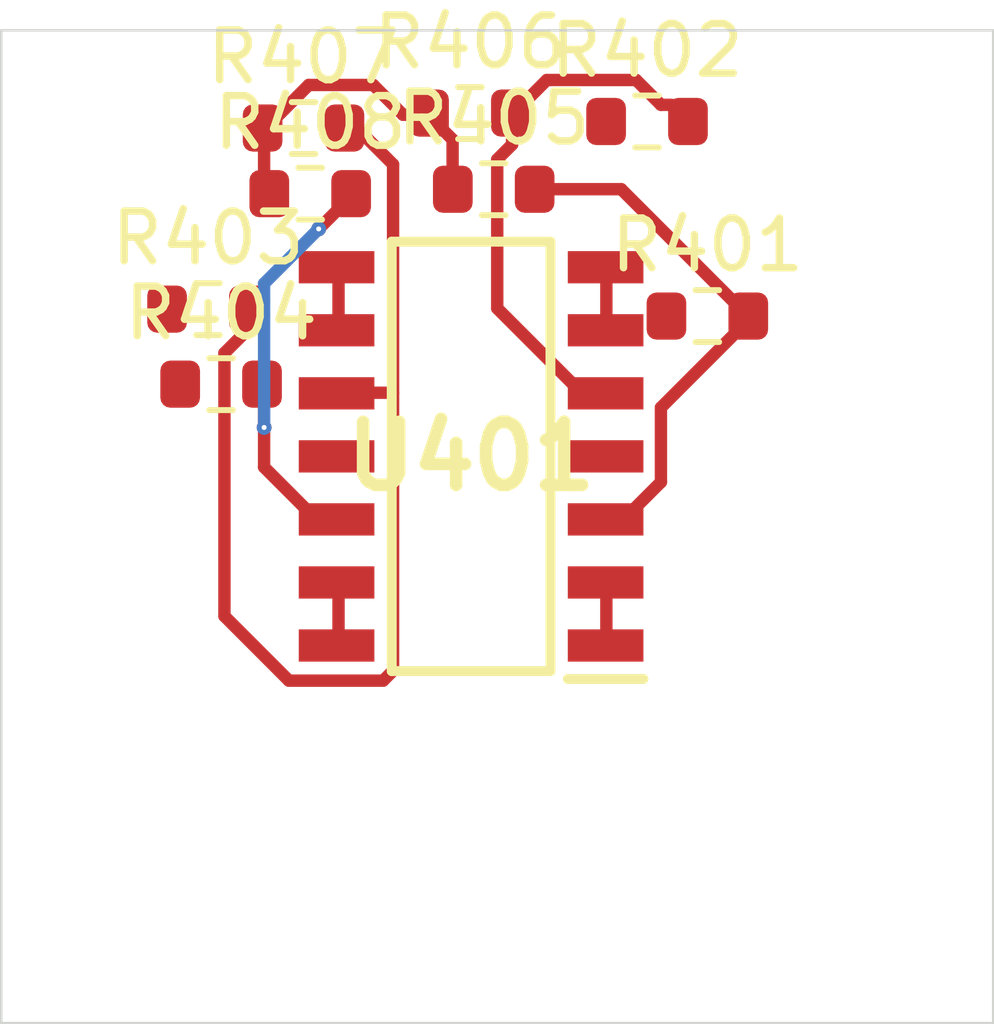
<source format=kicad_pcb>
 ( kicad_pcb  ( version 20171130 )
 ( host pcbnew 5.1.12-84ad8e8a86~92~ubuntu18.04.1 )
 ( general  ( thickness 1.6 )
 ( drawings 4 )
 ( tracks 0 )
 ( zones 0 )
 ( modules 9 )
 ( nets 14 )
)
 ( page A4 )
 ( layers  ( 0 F.Cu signal )
 ( 31 B.Cu signal )
 ( 32 B.Adhes user )
 ( 33 F.Adhes user )
 ( 34 B.Paste user )
 ( 35 F.Paste user )
 ( 36 B.SilkS user )
 ( 37 F.SilkS user )
 ( 38 B.Mask user )
 ( 39 F.Mask user )
 ( 40 Dwgs.User user )
 ( 41 Cmts.User user )
 ( 42 Eco1.User user )
 ( 43 Eco2.User user )
 ( 44 Edge.Cuts user )
 ( 45 Margin user )
 ( 46 B.CrtYd user )
 ( 47 F.CrtYd user )
 ( 48 B.Fab user )
 ( 49 F.Fab user )
)
 ( setup  ( last_trace_width 0.25 )
 ( trace_clearance 0.2 )
 ( zone_clearance 0.508 )
 ( zone_45_only no )
 ( trace_min 0.2 )
 ( via_size 0.8 )
 ( via_drill 0.4 )
 ( via_min_size 0.4 )
 ( via_min_drill 0.3 )
 ( uvia_size 0.3 )
 ( uvia_drill 0.1 )
 ( uvias_allowed no )
 ( uvia_min_size 0.2 )
 ( uvia_min_drill 0.1 )
 ( edge_width 0.05 )
 ( segment_width 0.2 )
 ( pcb_text_width 0.3 )
 ( pcb_text_size 1.5 1.5 )
 ( mod_edge_width 0.12 )
 ( mod_text_size 1 1 )
 ( mod_text_width 0.15 )
 ( pad_size 1.524 1.524 )
 ( pad_drill 0.762 )
 ( pad_to_mask_clearance 0 )
 ( aux_axis_origin 0 0 )
 ( visible_elements FFFFFF7F )
 ( pcbplotparams  ( layerselection 0x010fc_ffffffff )
 ( usegerberextensions false )
 ( usegerberattributes true )
 ( usegerberadvancedattributes true )
 ( creategerberjobfile true )
 ( excludeedgelayer true )
 ( linewidth 0.100000 )
 ( plotframeref false )
 ( viasonmask false )
 ( mode 1 )
 ( useauxorigin false )
 ( hpglpennumber 1 )
 ( hpglpenspeed 20 )
 ( hpglpendiameter 15.000000 )
 ( psnegative false )
 ( psa4output false )
 ( plotreference true )
 ( plotvalue true )
 ( plotinvisibletext false )
 ( padsonsilk false )
 ( subtractmaskfromsilk false )
 ( outputformat 1 )
 ( mirror false )
 ( drillshape 1 )
 ( scaleselection 1 )
 ( outputdirectory "" )
)
)
 ( net 0 "" )
 ( net 1 /Sheet6235D886/vp )
 ( net 2 /Sheet6248AD22/chn0 )
 ( net 3 /Sheet6248AD22/chn1 )
 ( net 4 /Sheet6248AD22/chn2 )
 ( net 5 /Sheet6248AD22/chn3 )
 ( net 6 "Net-(R401-Pad2)" )
 ( net 7 "Net-(R402-Pad2)" )
 ( net 8 "Net-(R403-Pad2)" )
 ( net 9 "Net-(R404-Pad2)" )
 ( net 10 /Sheet6248AD22/chn0_n )
 ( net 11 /Sheet6248AD22/chn1_n )
 ( net 12 /Sheet6248AD22/chn2_n )
 ( net 13 /Sheet6248AD22/chn3_n )
 ( net_class Default "This is the default net class."  ( clearance 0.2 )
 ( trace_width 0.25 )
 ( via_dia 0.8 )
 ( via_drill 0.4 )
 ( uvia_dia 0.3 )
 ( uvia_drill 0.1 )
 ( add_net /Sheet6235D886/vp )
 ( add_net /Sheet6248AD22/chn0 )
 ( add_net /Sheet6248AD22/chn0_n )
 ( add_net /Sheet6248AD22/chn1 )
 ( add_net /Sheet6248AD22/chn1_n )
 ( add_net /Sheet6248AD22/chn2 )
 ( add_net /Sheet6248AD22/chn2_n )
 ( add_net /Sheet6248AD22/chn3 )
 ( add_net /Sheet6248AD22/chn3_n )
 ( add_net "Net-(R401-Pad2)" )
 ( add_net "Net-(R402-Pad2)" )
 ( add_net "Net-(R403-Pad2)" )
 ( add_net "Net-(R404-Pad2)" )
)
 ( module Resistor_SMD:R_0603_1608Metric  ( layer F.Cu )
 ( tedit 5F68FEEE )
 ( tstamp 623425C8 )
 ( at 94.236600 105.756000 )
 ( descr "Resistor SMD 0603 (1608 Metric), square (rectangular) end terminal, IPC_7351 nominal, (Body size source: IPC-SM-782 page 72, https://www.pcb-3d.com/wordpress/wp-content/uploads/ipc-sm-782a_amendment_1_and_2.pdf), generated with kicad-footprint-generator" )
 ( tags resistor )
 ( path /6248AD23/6249ADFD )
 ( attr smd )
 ( fp_text reference R401  ( at 0 -1.43 )
 ( layer F.SilkS )
 ( effects  ( font  ( size 1 1 )
 ( thickness 0.15 )
)
)
)
 ( fp_text value 10M  ( at 0 1.43 )
 ( layer F.Fab )
 ( effects  ( font  ( size 1 1 )
 ( thickness 0.15 )
)
)
)
 ( fp_line  ( start -0.8 0.4125 )
 ( end -0.8 -0.4125 )
 ( layer F.Fab )
 ( width 0.1 )
)
 ( fp_line  ( start -0.8 -0.4125 )
 ( end 0.8 -0.4125 )
 ( layer F.Fab )
 ( width 0.1 )
)
 ( fp_line  ( start 0.8 -0.4125 )
 ( end 0.8 0.4125 )
 ( layer F.Fab )
 ( width 0.1 )
)
 ( fp_line  ( start 0.8 0.4125 )
 ( end -0.8 0.4125 )
 ( layer F.Fab )
 ( width 0.1 )
)
 ( fp_line  ( start -0.237258 -0.5225 )
 ( end 0.237258 -0.5225 )
 ( layer F.SilkS )
 ( width 0.12 )
)
 ( fp_line  ( start -0.237258 0.5225 )
 ( end 0.237258 0.5225 )
 ( layer F.SilkS )
 ( width 0.12 )
)
 ( fp_line  ( start -1.48 0.73 )
 ( end -1.48 -0.73 )
 ( layer F.CrtYd )
 ( width 0.05 )
)
 ( fp_line  ( start -1.48 -0.73 )
 ( end 1.48 -0.73 )
 ( layer F.CrtYd )
 ( width 0.05 )
)
 ( fp_line  ( start 1.48 -0.73 )
 ( end 1.48 0.73 )
 ( layer F.CrtYd )
 ( width 0.05 )
)
 ( fp_line  ( start 1.48 0.73 )
 ( end -1.48 0.73 )
 ( layer F.CrtYd )
 ( width 0.05 )
)
 ( fp_text user %R  ( at 0 0 )
 ( layer F.Fab )
 ( effects  ( font  ( size 0.4 0.4 )
 ( thickness 0.06 )
)
)
)
 ( pad 2 smd roundrect  ( at 0.825 0 )
 ( size 0.8 0.95 )
 ( layers F.Cu F.Mask F.Paste )
 ( roundrect_rratio 0.25 )
 ( net 6 "Net-(R401-Pad2)" )
)
 ( pad 1 smd roundrect  ( at -0.825 0 )
 ( size 0.8 0.95 )
 ( layers F.Cu F.Mask F.Paste )
 ( roundrect_rratio 0.25 )
 ( net 10 /Sheet6248AD22/chn0_n )
)
 ( model ${KISYS3DMOD}/Resistor_SMD.3dshapes/R_0603_1608Metric.wrl  ( at  ( xyz 0 0 0 )
)
 ( scale  ( xyz 1 1 1 )
)
 ( rotate  ( xyz 0 0 0 )
)
)
)
 ( module Resistor_SMD:R_0603_1608Metric  ( layer F.Cu )
 ( tedit 5F68FEEE )
 ( tstamp 623425D9 )
 ( at 93.020400 101.836000 )
 ( descr "Resistor SMD 0603 (1608 Metric), square (rectangular) end terminal, IPC_7351 nominal, (Body size source: IPC-SM-782 page 72, https://www.pcb-3d.com/wordpress/wp-content/uploads/ipc-sm-782a_amendment_1_and_2.pdf), generated with kicad-footprint-generator" )
 ( tags resistor )
 ( path /6248AD23/6249B75E )
 ( attr smd )
 ( fp_text reference R402  ( at 0 -1.43 )
 ( layer F.SilkS )
 ( effects  ( font  ( size 1 1 )
 ( thickness 0.15 )
)
)
)
 ( fp_text value 10M  ( at 0 1.43 )
 ( layer F.Fab )
 ( effects  ( font  ( size 1 1 )
 ( thickness 0.15 )
)
)
)
 ( fp_line  ( start 1.48 0.73 )
 ( end -1.48 0.73 )
 ( layer F.CrtYd )
 ( width 0.05 )
)
 ( fp_line  ( start 1.48 -0.73 )
 ( end 1.48 0.73 )
 ( layer F.CrtYd )
 ( width 0.05 )
)
 ( fp_line  ( start -1.48 -0.73 )
 ( end 1.48 -0.73 )
 ( layer F.CrtYd )
 ( width 0.05 )
)
 ( fp_line  ( start -1.48 0.73 )
 ( end -1.48 -0.73 )
 ( layer F.CrtYd )
 ( width 0.05 )
)
 ( fp_line  ( start -0.237258 0.5225 )
 ( end 0.237258 0.5225 )
 ( layer F.SilkS )
 ( width 0.12 )
)
 ( fp_line  ( start -0.237258 -0.5225 )
 ( end 0.237258 -0.5225 )
 ( layer F.SilkS )
 ( width 0.12 )
)
 ( fp_line  ( start 0.8 0.4125 )
 ( end -0.8 0.4125 )
 ( layer F.Fab )
 ( width 0.1 )
)
 ( fp_line  ( start 0.8 -0.4125 )
 ( end 0.8 0.4125 )
 ( layer F.Fab )
 ( width 0.1 )
)
 ( fp_line  ( start -0.8 -0.4125 )
 ( end 0.8 -0.4125 )
 ( layer F.Fab )
 ( width 0.1 )
)
 ( fp_line  ( start -0.8 0.4125 )
 ( end -0.8 -0.4125 )
 ( layer F.Fab )
 ( width 0.1 )
)
 ( fp_text user %R  ( at 0 0 )
 ( layer F.Fab )
 ( effects  ( font  ( size 0.4 0.4 )
 ( thickness 0.06 )
)
)
)
 ( pad 1 smd roundrect  ( at -0.825 0 )
 ( size 0.8 0.95 )
 ( layers F.Cu F.Mask F.Paste )
 ( roundrect_rratio 0.25 )
 ( net 11 /Sheet6248AD22/chn1_n )
)
 ( pad 2 smd roundrect  ( at 0.825 0 )
 ( size 0.8 0.95 )
 ( layers F.Cu F.Mask F.Paste )
 ( roundrect_rratio 0.25 )
 ( net 7 "Net-(R402-Pad2)" )
)
 ( model ${KISYS3DMOD}/Resistor_SMD.3dshapes/R_0603_1608Metric.wrl  ( at  ( xyz 0 0 0 )
)
 ( scale  ( xyz 1 1 1 )
)
 ( rotate  ( xyz 0 0 0 )
)
)
)
 ( module Resistor_SMD:R_0603_1608Metric  ( layer F.Cu )
 ( tedit 5F68FEEE )
 ( tstamp 623425EA )
 ( at 84.168900 105.616000 )
 ( descr "Resistor SMD 0603 (1608 Metric), square (rectangular) end terminal, IPC_7351 nominal, (Body size source: IPC-SM-782 page 72, https://www.pcb-3d.com/wordpress/wp-content/uploads/ipc-sm-782a_amendment_1_and_2.pdf), generated with kicad-footprint-generator" )
 ( tags resistor )
 ( path /6248AD23/6249FB7A )
 ( attr smd )
 ( fp_text reference R403  ( at 0 -1.43 )
 ( layer F.SilkS )
 ( effects  ( font  ( size 1 1 )
 ( thickness 0.15 )
)
)
)
 ( fp_text value 10M  ( at 0 1.43 )
 ( layer F.Fab )
 ( effects  ( font  ( size 1 1 )
 ( thickness 0.15 )
)
)
)
 ( fp_line  ( start 1.48 0.73 )
 ( end -1.48 0.73 )
 ( layer F.CrtYd )
 ( width 0.05 )
)
 ( fp_line  ( start 1.48 -0.73 )
 ( end 1.48 0.73 )
 ( layer F.CrtYd )
 ( width 0.05 )
)
 ( fp_line  ( start -1.48 -0.73 )
 ( end 1.48 -0.73 )
 ( layer F.CrtYd )
 ( width 0.05 )
)
 ( fp_line  ( start -1.48 0.73 )
 ( end -1.48 -0.73 )
 ( layer F.CrtYd )
 ( width 0.05 )
)
 ( fp_line  ( start -0.237258 0.5225 )
 ( end 0.237258 0.5225 )
 ( layer F.SilkS )
 ( width 0.12 )
)
 ( fp_line  ( start -0.237258 -0.5225 )
 ( end 0.237258 -0.5225 )
 ( layer F.SilkS )
 ( width 0.12 )
)
 ( fp_line  ( start 0.8 0.4125 )
 ( end -0.8 0.4125 )
 ( layer F.Fab )
 ( width 0.1 )
)
 ( fp_line  ( start 0.8 -0.4125 )
 ( end 0.8 0.4125 )
 ( layer F.Fab )
 ( width 0.1 )
)
 ( fp_line  ( start -0.8 -0.4125 )
 ( end 0.8 -0.4125 )
 ( layer F.Fab )
 ( width 0.1 )
)
 ( fp_line  ( start -0.8 0.4125 )
 ( end -0.8 -0.4125 )
 ( layer F.Fab )
 ( width 0.1 )
)
 ( fp_text user %R  ( at 0 0 )
 ( layer F.Fab )
 ( effects  ( font  ( size 0.4 0.4 )
 ( thickness 0.06 )
)
)
)
 ( pad 1 smd roundrect  ( at -0.825 0 )
 ( size 0.8 0.95 )
 ( layers F.Cu F.Mask F.Paste )
 ( roundrect_rratio 0.25 )
 ( net 12 /Sheet6248AD22/chn2_n )
)
 ( pad 2 smd roundrect  ( at 0.825 0 )
 ( size 0.8 0.95 )
 ( layers F.Cu F.Mask F.Paste )
 ( roundrect_rratio 0.25 )
 ( net 8 "Net-(R403-Pad2)" )
)
 ( model ${KISYS3DMOD}/Resistor_SMD.3dshapes/R_0603_1608Metric.wrl  ( at  ( xyz 0 0 0 )
)
 ( scale  ( xyz 1 1 1 )
)
 ( rotate  ( xyz 0 0 0 )
)
)
)
 ( module Resistor_SMD:R_0603_1608Metric  ( layer F.Cu )
 ( tedit 5F68FEEE )
 ( tstamp 623425FB )
 ( at 84.432900 107.127000 )
 ( descr "Resistor SMD 0603 (1608 Metric), square (rectangular) end terminal, IPC_7351 nominal, (Body size source: IPC-SM-782 page 72, https://www.pcb-3d.com/wordpress/wp-content/uploads/ipc-sm-782a_amendment_1_and_2.pdf), generated with kicad-footprint-generator" )
 ( tags resistor )
 ( path /6248AD23/6249FB74 )
 ( attr smd )
 ( fp_text reference R404  ( at 0 -1.43 )
 ( layer F.SilkS )
 ( effects  ( font  ( size 1 1 )
 ( thickness 0.15 )
)
)
)
 ( fp_text value 10M  ( at 0 1.43 )
 ( layer F.Fab )
 ( effects  ( font  ( size 1 1 )
 ( thickness 0.15 )
)
)
)
 ( fp_line  ( start -0.8 0.4125 )
 ( end -0.8 -0.4125 )
 ( layer F.Fab )
 ( width 0.1 )
)
 ( fp_line  ( start -0.8 -0.4125 )
 ( end 0.8 -0.4125 )
 ( layer F.Fab )
 ( width 0.1 )
)
 ( fp_line  ( start 0.8 -0.4125 )
 ( end 0.8 0.4125 )
 ( layer F.Fab )
 ( width 0.1 )
)
 ( fp_line  ( start 0.8 0.4125 )
 ( end -0.8 0.4125 )
 ( layer F.Fab )
 ( width 0.1 )
)
 ( fp_line  ( start -0.237258 -0.5225 )
 ( end 0.237258 -0.5225 )
 ( layer F.SilkS )
 ( width 0.12 )
)
 ( fp_line  ( start -0.237258 0.5225 )
 ( end 0.237258 0.5225 )
 ( layer F.SilkS )
 ( width 0.12 )
)
 ( fp_line  ( start -1.48 0.73 )
 ( end -1.48 -0.73 )
 ( layer F.CrtYd )
 ( width 0.05 )
)
 ( fp_line  ( start -1.48 -0.73 )
 ( end 1.48 -0.73 )
 ( layer F.CrtYd )
 ( width 0.05 )
)
 ( fp_line  ( start 1.48 -0.73 )
 ( end 1.48 0.73 )
 ( layer F.CrtYd )
 ( width 0.05 )
)
 ( fp_line  ( start 1.48 0.73 )
 ( end -1.48 0.73 )
 ( layer F.CrtYd )
 ( width 0.05 )
)
 ( fp_text user %R  ( at 0 0 )
 ( layer F.Fab )
 ( effects  ( font  ( size 0.4 0.4 )
 ( thickness 0.06 )
)
)
)
 ( pad 2 smd roundrect  ( at 0.825 0 )
 ( size 0.8 0.95 )
 ( layers F.Cu F.Mask F.Paste )
 ( roundrect_rratio 0.25 )
 ( net 9 "Net-(R404-Pad2)" )
)
 ( pad 1 smd roundrect  ( at -0.825 0 )
 ( size 0.8 0.95 )
 ( layers F.Cu F.Mask F.Paste )
 ( roundrect_rratio 0.25 )
 ( net 13 /Sheet6248AD22/chn3_n )
)
 ( model ${KISYS3DMOD}/Resistor_SMD.3dshapes/R_0603_1608Metric.wrl  ( at  ( xyz 0 0 0 )
)
 ( scale  ( xyz 1 1 1 )
)
 ( rotate  ( xyz 0 0 0 )
)
)
)
 ( module Resistor_SMD:R_0603_1608Metric  ( layer F.Cu )
 ( tedit 5F68FEEE )
 ( tstamp 6234260C )
 ( at 89.929300 103.201000 )
 ( descr "Resistor SMD 0603 (1608 Metric), square (rectangular) end terminal, IPC_7351 nominal, (Body size source: IPC-SM-782 page 72, https://www.pcb-3d.com/wordpress/wp-content/uploads/ipc-sm-782a_amendment_1_and_2.pdf), generated with kicad-footprint-generator" )
 ( tags resistor )
 ( path /6248AD23/62497F62 )
 ( attr smd )
 ( fp_text reference R405  ( at 0 -1.43 )
 ( layer F.SilkS )
 ( effects  ( font  ( size 1 1 )
 ( thickness 0.15 )
)
)
)
 ( fp_text value 750k  ( at 0 1.43 )
 ( layer F.Fab )
 ( effects  ( font  ( size 1 1 )
 ( thickness 0.15 )
)
)
)
 ( fp_line  ( start -0.8 0.4125 )
 ( end -0.8 -0.4125 )
 ( layer F.Fab )
 ( width 0.1 )
)
 ( fp_line  ( start -0.8 -0.4125 )
 ( end 0.8 -0.4125 )
 ( layer F.Fab )
 ( width 0.1 )
)
 ( fp_line  ( start 0.8 -0.4125 )
 ( end 0.8 0.4125 )
 ( layer F.Fab )
 ( width 0.1 )
)
 ( fp_line  ( start 0.8 0.4125 )
 ( end -0.8 0.4125 )
 ( layer F.Fab )
 ( width 0.1 )
)
 ( fp_line  ( start -0.237258 -0.5225 )
 ( end 0.237258 -0.5225 )
 ( layer F.SilkS )
 ( width 0.12 )
)
 ( fp_line  ( start -0.237258 0.5225 )
 ( end 0.237258 0.5225 )
 ( layer F.SilkS )
 ( width 0.12 )
)
 ( fp_line  ( start -1.48 0.73 )
 ( end -1.48 -0.73 )
 ( layer F.CrtYd )
 ( width 0.05 )
)
 ( fp_line  ( start -1.48 -0.73 )
 ( end 1.48 -0.73 )
 ( layer F.CrtYd )
 ( width 0.05 )
)
 ( fp_line  ( start 1.48 -0.73 )
 ( end 1.48 0.73 )
 ( layer F.CrtYd )
 ( width 0.05 )
)
 ( fp_line  ( start 1.48 0.73 )
 ( end -1.48 0.73 )
 ( layer F.CrtYd )
 ( width 0.05 )
)
 ( fp_text user %R  ( at 0 0 )
 ( layer F.Fab )
 ( effects  ( font  ( size 0.4 0.4 )
 ( thickness 0.06 )
)
)
)
 ( pad 2 smd roundrect  ( at 0.825 0 )
 ( size 0.8 0.95 )
 ( layers F.Cu F.Mask F.Paste )
 ( roundrect_rratio 0.25 )
 ( net 6 "Net-(R401-Pad2)" )
)
 ( pad 1 smd roundrect  ( at -0.825 0 )
 ( size 0.8 0.95 )
 ( layers F.Cu F.Mask F.Paste )
 ( roundrect_rratio 0.25 )
 ( net 1 /Sheet6235D886/vp )
)
 ( model ${KISYS3DMOD}/Resistor_SMD.3dshapes/R_0603_1608Metric.wrl  ( at  ( xyz 0 0 0 )
)
 ( scale  ( xyz 1 1 1 )
)
 ( rotate  ( xyz 0 0 0 )
)
)
)
 ( module Resistor_SMD:R_0603_1608Metric  ( layer F.Cu )
 ( tedit 5F68FEEE )
 ( tstamp 6234261D )
 ( at 89.449800 101.667000 )
 ( descr "Resistor SMD 0603 (1608 Metric), square (rectangular) end terminal, IPC_7351 nominal, (Body size source: IPC-SM-782 page 72, https://www.pcb-3d.com/wordpress/wp-content/uploads/ipc-sm-782a_amendment_1_and_2.pdf), generated with kicad-footprint-generator" )
 ( tags resistor )
 ( path /6248AD23/62499098 )
 ( attr smd )
 ( fp_text reference R406  ( at 0 -1.43 )
 ( layer F.SilkS )
 ( effects  ( font  ( size 1 1 )
 ( thickness 0.15 )
)
)
)
 ( fp_text value 750k  ( at 0 1.43 )
 ( layer F.Fab )
 ( effects  ( font  ( size 1 1 )
 ( thickness 0.15 )
)
)
)
 ( fp_line  ( start 1.48 0.73 )
 ( end -1.48 0.73 )
 ( layer F.CrtYd )
 ( width 0.05 )
)
 ( fp_line  ( start 1.48 -0.73 )
 ( end 1.48 0.73 )
 ( layer F.CrtYd )
 ( width 0.05 )
)
 ( fp_line  ( start -1.48 -0.73 )
 ( end 1.48 -0.73 )
 ( layer F.CrtYd )
 ( width 0.05 )
)
 ( fp_line  ( start -1.48 0.73 )
 ( end -1.48 -0.73 )
 ( layer F.CrtYd )
 ( width 0.05 )
)
 ( fp_line  ( start -0.237258 0.5225 )
 ( end 0.237258 0.5225 )
 ( layer F.SilkS )
 ( width 0.12 )
)
 ( fp_line  ( start -0.237258 -0.5225 )
 ( end 0.237258 -0.5225 )
 ( layer F.SilkS )
 ( width 0.12 )
)
 ( fp_line  ( start 0.8 0.4125 )
 ( end -0.8 0.4125 )
 ( layer F.Fab )
 ( width 0.1 )
)
 ( fp_line  ( start 0.8 -0.4125 )
 ( end 0.8 0.4125 )
 ( layer F.Fab )
 ( width 0.1 )
)
 ( fp_line  ( start -0.8 -0.4125 )
 ( end 0.8 -0.4125 )
 ( layer F.Fab )
 ( width 0.1 )
)
 ( fp_line  ( start -0.8 0.4125 )
 ( end -0.8 -0.4125 )
 ( layer F.Fab )
 ( width 0.1 )
)
 ( fp_text user %R  ( at 0 0 )
 ( layer F.Fab )
 ( effects  ( font  ( size 0.4 0.4 )
 ( thickness 0.06 )
)
)
)
 ( pad 1 smd roundrect  ( at -0.825 0 )
 ( size 0.8 0.95 )
 ( layers F.Cu F.Mask F.Paste )
 ( roundrect_rratio 0.25 )
 ( net 1 /Sheet6235D886/vp )
)
 ( pad 2 smd roundrect  ( at 0.825 0 )
 ( size 0.8 0.95 )
 ( layers F.Cu F.Mask F.Paste )
 ( roundrect_rratio 0.25 )
 ( net 7 "Net-(R402-Pad2)" )
)
 ( model ${KISYS3DMOD}/Resistor_SMD.3dshapes/R_0603_1608Metric.wrl  ( at  ( xyz 0 0 0 )
)
 ( scale  ( xyz 1 1 1 )
)
 ( rotate  ( xyz 0 0 0 )
)
)
)
 ( module Resistor_SMD:R_0603_1608Metric  ( layer F.Cu )
 ( tedit 5F68FEEE )
 ( tstamp 6234262E )
 ( at 86.094700 101.968000 )
 ( descr "Resistor SMD 0603 (1608 Metric), square (rectangular) end terminal, IPC_7351 nominal, (Body size source: IPC-SM-782 page 72, https://www.pcb-3d.com/wordpress/wp-content/uploads/ipc-sm-782a_amendment_1_and_2.pdf), generated with kicad-footprint-generator" )
 ( tags resistor )
 ( path /6248AD23/624A0FFB )
 ( attr smd )
 ( fp_text reference R407  ( at 0 -1.43 )
 ( layer F.SilkS )
 ( effects  ( font  ( size 1 1 )
 ( thickness 0.15 )
)
)
)
 ( fp_text value 1.5M  ( at 0 1.43 )
 ( layer F.Fab )
 ( effects  ( font  ( size 1 1 )
 ( thickness 0.15 )
)
)
)
 ( fp_line  ( start 1.48 0.73 )
 ( end -1.48 0.73 )
 ( layer F.CrtYd )
 ( width 0.05 )
)
 ( fp_line  ( start 1.48 -0.73 )
 ( end 1.48 0.73 )
 ( layer F.CrtYd )
 ( width 0.05 )
)
 ( fp_line  ( start -1.48 -0.73 )
 ( end 1.48 -0.73 )
 ( layer F.CrtYd )
 ( width 0.05 )
)
 ( fp_line  ( start -1.48 0.73 )
 ( end -1.48 -0.73 )
 ( layer F.CrtYd )
 ( width 0.05 )
)
 ( fp_line  ( start -0.237258 0.5225 )
 ( end 0.237258 0.5225 )
 ( layer F.SilkS )
 ( width 0.12 )
)
 ( fp_line  ( start -0.237258 -0.5225 )
 ( end 0.237258 -0.5225 )
 ( layer F.SilkS )
 ( width 0.12 )
)
 ( fp_line  ( start 0.8 0.4125 )
 ( end -0.8 0.4125 )
 ( layer F.Fab )
 ( width 0.1 )
)
 ( fp_line  ( start 0.8 -0.4125 )
 ( end 0.8 0.4125 )
 ( layer F.Fab )
 ( width 0.1 )
)
 ( fp_line  ( start -0.8 -0.4125 )
 ( end 0.8 -0.4125 )
 ( layer F.Fab )
 ( width 0.1 )
)
 ( fp_line  ( start -0.8 0.4125 )
 ( end -0.8 -0.4125 )
 ( layer F.Fab )
 ( width 0.1 )
)
 ( fp_text user %R  ( at 0 0 )
 ( layer F.Fab )
 ( effects  ( font  ( size 0.4 0.4 )
 ( thickness 0.06 )
)
)
)
 ( pad 1 smd roundrect  ( at -0.825 0 )
 ( size 0.8 0.95 )
 ( layers F.Cu F.Mask F.Paste )
 ( roundrect_rratio 0.25 )
 ( net 1 /Sheet6235D886/vp )
)
 ( pad 2 smd roundrect  ( at 0.825 0 )
 ( size 0.8 0.95 )
 ( layers F.Cu F.Mask F.Paste )
 ( roundrect_rratio 0.25 )
 ( net 8 "Net-(R403-Pad2)" )
)
 ( model ${KISYS3DMOD}/Resistor_SMD.3dshapes/R_0603_1608Metric.wrl  ( at  ( xyz 0 0 0 )
)
 ( scale  ( xyz 1 1 1 )
)
 ( rotate  ( xyz 0 0 0 )
)
)
)
 ( module Resistor_SMD:R_0603_1608Metric  ( layer F.Cu )
 ( tedit 5F68FEEE )
 ( tstamp 6234263F )
 ( at 86.229500 103.290000 )
 ( descr "Resistor SMD 0603 (1608 Metric), square (rectangular) end terminal, IPC_7351 nominal, (Body size source: IPC-SM-782 page 72, https://www.pcb-3d.com/wordpress/wp-content/uploads/ipc-sm-782a_amendment_1_and_2.pdf), generated with kicad-footprint-generator" )
 ( tags resistor )
 ( path /6248AD23/624A093C )
 ( attr smd )
 ( fp_text reference R408  ( at 0 -1.43 )
 ( layer F.SilkS )
 ( effects  ( font  ( size 1 1 )
 ( thickness 0.15 )
)
)
)
 ( fp_text value 1.5M  ( at 0 1.43 )
 ( layer F.Fab )
 ( effects  ( font  ( size 1 1 )
 ( thickness 0.15 )
)
)
)
 ( fp_line  ( start -0.8 0.4125 )
 ( end -0.8 -0.4125 )
 ( layer F.Fab )
 ( width 0.1 )
)
 ( fp_line  ( start -0.8 -0.4125 )
 ( end 0.8 -0.4125 )
 ( layer F.Fab )
 ( width 0.1 )
)
 ( fp_line  ( start 0.8 -0.4125 )
 ( end 0.8 0.4125 )
 ( layer F.Fab )
 ( width 0.1 )
)
 ( fp_line  ( start 0.8 0.4125 )
 ( end -0.8 0.4125 )
 ( layer F.Fab )
 ( width 0.1 )
)
 ( fp_line  ( start -0.237258 -0.5225 )
 ( end 0.237258 -0.5225 )
 ( layer F.SilkS )
 ( width 0.12 )
)
 ( fp_line  ( start -0.237258 0.5225 )
 ( end 0.237258 0.5225 )
 ( layer F.SilkS )
 ( width 0.12 )
)
 ( fp_line  ( start -1.48 0.73 )
 ( end -1.48 -0.73 )
 ( layer F.CrtYd )
 ( width 0.05 )
)
 ( fp_line  ( start -1.48 -0.73 )
 ( end 1.48 -0.73 )
 ( layer F.CrtYd )
 ( width 0.05 )
)
 ( fp_line  ( start 1.48 -0.73 )
 ( end 1.48 0.73 )
 ( layer F.CrtYd )
 ( width 0.05 )
)
 ( fp_line  ( start 1.48 0.73 )
 ( end -1.48 0.73 )
 ( layer F.CrtYd )
 ( width 0.05 )
)
 ( fp_text user %R  ( at 0 0 )
 ( layer F.Fab )
 ( effects  ( font  ( size 0.4 0.4 )
 ( thickness 0.06 )
)
)
)
 ( pad 2 smd roundrect  ( at 0.825 0 )
 ( size 0.8 0.95 )
 ( layers F.Cu F.Mask F.Paste )
 ( roundrect_rratio 0.25 )
 ( net 9 "Net-(R404-Pad2)" )
)
 ( pad 1 smd roundrect  ( at -0.825 0 )
 ( size 0.8 0.95 )
 ( layers F.Cu F.Mask F.Paste )
 ( roundrect_rratio 0.25 )
 ( net 1 /Sheet6235D886/vp )
)
 ( model ${KISYS3DMOD}/Resistor_SMD.3dshapes/R_0603_1608Metric.wrl  ( at  ( xyz 0 0 0 )
)
 ( scale  ( xyz 1 1 1 )
)
 ( rotate  ( xyz 0 0 0 )
)
)
)
 ( module TL074HIDR:SOIC127P600X175-14N locked  ( layer F.Cu )
 ( tedit 62336F37 )
 ( tstamp 62342709 )
 ( at 89.472900 108.582000 180.000000 )
 ( descr "D (-R-PDSO-G14)" )
 ( tags "Integrated Circuit" )
 ( path /6248AD23/624976B2 )
 ( attr smd )
 ( fp_text reference U401  ( at 0 0 )
 ( layer F.SilkS )
 ( effects  ( font  ( size 1.27 1.27 )
 ( thickness 0.254 )
)
)
)
 ( fp_text value TL074  ( at 0 0 )
 ( layer F.SilkS )
hide  ( effects  ( font  ( size 1.27 1.27 )
 ( thickness 0.254 )
)
)
)
 ( fp_line  ( start -3.725 -4.625 )
 ( end 3.725 -4.625 )
 ( layer Dwgs.User )
 ( width 0.05 )
)
 ( fp_line  ( start 3.725 -4.625 )
 ( end 3.725 4.625 )
 ( layer Dwgs.User )
 ( width 0.05 )
)
 ( fp_line  ( start 3.725 4.625 )
 ( end -3.725 4.625 )
 ( layer Dwgs.User )
 ( width 0.05 )
)
 ( fp_line  ( start -3.725 4.625 )
 ( end -3.725 -4.625 )
 ( layer Dwgs.User )
 ( width 0.05 )
)
 ( fp_line  ( start -1.95 -4.325 )
 ( end 1.95 -4.325 )
 ( layer Dwgs.User )
 ( width 0.1 )
)
 ( fp_line  ( start 1.95 -4.325 )
 ( end 1.95 4.325 )
 ( layer Dwgs.User )
 ( width 0.1 )
)
 ( fp_line  ( start 1.95 4.325 )
 ( end -1.95 4.325 )
 ( layer Dwgs.User )
 ( width 0.1 )
)
 ( fp_line  ( start -1.95 4.325 )
 ( end -1.95 -4.325 )
 ( layer Dwgs.User )
 ( width 0.1 )
)
 ( fp_line  ( start -1.95 -3.055 )
 ( end -0.68 -4.325 )
 ( layer Dwgs.User )
 ( width 0.1 )
)
 ( fp_line  ( start -1.6 -4.325 )
 ( end 1.6 -4.325 )
 ( layer F.SilkS )
 ( width 0.2 )
)
 ( fp_line  ( start 1.6 -4.325 )
 ( end 1.6 4.325 )
 ( layer F.SilkS )
 ( width 0.2 )
)
 ( fp_line  ( start 1.6 4.325 )
 ( end -1.6 4.325 )
 ( layer F.SilkS )
 ( width 0.2 )
)
 ( fp_line  ( start -1.6 4.325 )
 ( end -1.6 -4.325 )
 ( layer F.SilkS )
 ( width 0.2 )
)
 ( fp_line  ( start -3.475 -4.485 )
 ( end -1.95 -4.485 )
 ( layer F.SilkS )
 ( width 0.2 )
)
 ( pad 1 smd rect  ( at -2.712 -3.81 270.000000 )
 ( size 0.65 1.525 )
 ( layers F.Cu F.Mask F.Paste )
 ( net 2 /Sheet6248AD22/chn0 )
)
 ( pad 2 smd rect  ( at -2.712 -2.54 270.000000 )
 ( size 0.65 1.525 )
 ( layers F.Cu F.Mask F.Paste )
 ( net 2 /Sheet6248AD22/chn0 )
)
 ( pad 3 smd rect  ( at -2.712 -1.27 270.000000 )
 ( size 0.65 1.525 )
 ( layers F.Cu F.Mask F.Paste )
 ( net 6 "Net-(R401-Pad2)" )
)
 ( pad 4 smd rect  ( at -2.712 0 270.000000 )
 ( size 0.65 1.525 )
 ( layers F.Cu F.Mask F.Paste )
)
 ( pad 5 smd rect  ( at -2.712 1.27 270.000000 )
 ( size 0.65 1.525 )
 ( layers F.Cu F.Mask F.Paste )
 ( net 7 "Net-(R402-Pad2)" )
)
 ( pad 6 smd rect  ( at -2.712 2.54 270.000000 )
 ( size 0.65 1.525 )
 ( layers F.Cu F.Mask F.Paste )
 ( net 3 /Sheet6248AD22/chn1 )
)
 ( pad 7 smd rect  ( at -2.712 3.81 270.000000 )
 ( size 0.65 1.525 )
 ( layers F.Cu F.Mask F.Paste )
 ( net 3 /Sheet6248AD22/chn1 )
)
 ( pad 8 smd rect  ( at 2.712 3.81 270.000000 )
 ( size 0.65 1.525 )
 ( layers F.Cu F.Mask F.Paste )
 ( net 4 /Sheet6248AD22/chn2 )
)
 ( pad 9 smd rect  ( at 2.712 2.54 270.000000 )
 ( size 0.65 1.525 )
 ( layers F.Cu F.Mask F.Paste )
 ( net 4 /Sheet6248AD22/chn2 )
)
 ( pad 10 smd rect  ( at 2.712 1.27 270.000000 )
 ( size 0.65 1.525 )
 ( layers F.Cu F.Mask F.Paste )
 ( net 8 "Net-(R403-Pad2)" )
)
 ( pad 11 smd rect  ( at 2.712 0 270.000000 )
 ( size 0.65 1.525 )
 ( layers F.Cu F.Mask F.Paste )
)
 ( pad 12 smd rect  ( at 2.712 -1.27 270.000000 )
 ( size 0.65 1.525 )
 ( layers F.Cu F.Mask F.Paste )
 ( net 9 "Net-(R404-Pad2)" )
)
 ( pad 13 smd rect  ( at 2.712 -2.54 270.000000 )
 ( size 0.65 1.525 )
 ( layers F.Cu F.Mask F.Paste )
 ( net 5 /Sheet6248AD22/chn3 )
)
 ( pad 14 smd rect  ( at 2.712 -3.81 270.000000 )
 ( size 0.65 1.525 )
 ( layers F.Cu F.Mask F.Paste )
 ( net 5 /Sheet6248AD22/chn3 )
)
)
 ( gr_line  ( start 100 100 )
 ( end 100 120 )
 ( layer Edge.Cuts )
 ( width 0.05 )
 ( tstamp 62E76D2A )
)
 ( gr_line  ( start 80 120 )
 ( end 100 120 )
 ( layer Edge.Cuts )
 ( width 0.05 )
 ( tstamp 62E76D27 )
)
 ( gr_line  ( start 80 100 )
 ( end 80 120 )
 ( layer Edge.Cuts )
 ( width 0.05 )
 ( tstamp 6234110C )
)
 ( gr_line  ( start 80 100 )
 ( end 100 100 )
 ( layer Edge.Cuts )
 ( width 0.05 )
)
 ( segment  ( start 88.600001 101.700002 )
 ( end 89.100001 102.200002 )
 ( width 0.250000 )
 ( layer F.Cu )
 ( net 1 )
)
 ( segment  ( start 89.100001 102.200002 )
 ( end 89.100001 103.200002 )
 ( width 0.250000 )
 ( layer F.Cu )
 ( net 1 )
)
 ( segment  ( start 85.300001 102.000002 )
 ( end 86.200001 101.100002 )
 ( width 0.250000 )
 ( layer F.Cu )
 ( net 1 )
)
 ( segment  ( start 86.200001 101.100002 )
 ( end 87.500001 101.100002 )
 ( width 0.250000 )
 ( layer F.Cu )
 ( net 1 )
)
 ( segment  ( start 87.500001 101.100002 )
 ( end 88.100001 101.700002 )
 ( width 0.250000 )
 ( layer F.Cu )
 ( net 1 )
)
 ( segment  ( start 88.100001 101.700002 )
 ( end 88.600001 101.700002 )
 ( width 0.250000 )
 ( layer F.Cu )
 ( net 1 )
)
 ( segment  ( start 85.400001 103.300002 )
 ( end 85.300001 103.200002 )
 ( width 0.250000 )
 ( layer F.Cu )
 ( net 1 )
)
 ( segment  ( start 85.300001 103.200002 )
 ( end 85.300001 102.000002 )
 ( width 0.250000 )
 ( layer F.Cu )
 ( net 1 )
)
 ( segment  ( start 92.200001 111.100002 )
 ( end 92.200001 112.400002 )
 ( width 0.250000 )
 ( layer F.Cu )
 ( net 2 )
)
 ( segment  ( start 92.200001 104.800002 )
 ( end 92.200001 106.000002 )
 ( width 0.250000 )
 ( layer F.Cu )
 ( net 3 )
)
 ( segment  ( start 86.800001 106.000002 )
 ( end 86.800001 104.800002 )
 ( width 0.250000 )
 ( layer F.Cu )
 ( net 4 )
)
 ( segment  ( start 86.800001 112.400002 )
 ( end 86.800001 111.100002 )
 ( width 0.250000 )
 ( layer F.Cu )
 ( net 5 )
)
 ( segment  ( start 90.800001 103.200002 )
 ( end 92.500001 103.200002 )
 ( width 0.250000 )
 ( layer F.Cu )
 ( net 6 )
)
 ( segment  ( start 92.500001 103.200002 )
 ( end 95.100001 105.800002 )
 ( width 0.250000 )
 ( layer F.Cu )
 ( net 6 )
)
 ( segment  ( start 92.200001 109.900002 )
 ( end 92.500001 109.900002 )
 ( width 0.250000 )
 ( layer F.Cu )
 ( net 6 )
)
 ( segment  ( start 92.500001 109.900002 )
 ( end 93.300001 109.100002 )
 ( width 0.250000 )
 ( layer F.Cu )
 ( net 6 )
)
 ( segment  ( start 93.300001 109.100002 )
 ( end 93.300001 107.600002 )
 ( width 0.250000 )
 ( layer F.Cu )
 ( net 6 )
)
 ( segment  ( start 93.300001 107.600002 )
 ( end 95.100001 105.800002 )
 ( width 0.250000 )
 ( layer F.Cu )
 ( net 6 )
)
 ( segment  ( start 90.300001 101.700002 )
 ( end 91.000001 101.000002 )
 ( width 0.250000 )
 ( layer F.Cu )
 ( net 7 )
)
 ( segment  ( start 91.000001 101.000002 )
 ( end 92.800001 101.000002 )
 ( width 0.250000 )
 ( layer F.Cu )
 ( net 7 )
)
 ( segment  ( start 92.800001 101.000002 )
 ( end 93.300001 101.500002 )
 ( width 0.250000 )
 ( layer F.Cu )
 ( net 7 )
)
 ( segment  ( start 93.300001 101.500002 )
 ( end 93.500001 101.500002 )
 ( width 0.250000 )
 ( layer F.Cu )
 ( net 7 )
)
 ( segment  ( start 93.500001 101.500002 )
 ( end 93.800001 101.800002 )
 ( width 0.250000 )
 ( layer F.Cu )
 ( net 7 )
)
 ( segment  ( start 92.200001 107.300002 )
 ( end 91.700001 107.300002 )
 ( width 0.250000 )
 ( layer F.Cu )
 ( net 7 )
)
 ( segment  ( start 91.700001 107.300002 )
 ( end 90.000001 105.600002 )
 ( width 0.250000 )
 ( layer F.Cu )
 ( net 7 )
)
 ( segment  ( start 90.000001 105.600002 )
 ( end 90.000001 102.600002 )
 ( width 0.250000 )
 ( layer F.Cu )
 ( net 7 )
)
 ( segment  ( start 90.000001 102.600002 )
 ( end 90.300001 102.300002 )
 ( width 0.250000 )
 ( layer F.Cu )
 ( net 7 )
)
 ( segment  ( start 90.300001 102.300002 )
 ( end 90.300001 101.700002 )
 ( width 0.250000 )
 ( layer F.Cu )
 ( net 7 )
)
 ( segment  ( start 86.900001 102.000002 )
 ( end 87.200001 102.000002 )
 ( width 0.250000 )
 ( layer F.Cu )
 ( net 8 )
)
 ( segment  ( start 87.200001 102.000002 )
 ( end 87.900001 102.700002 )
 ( width 0.250000 )
 ( layer F.Cu )
 ( net 8 )
)
 ( segment  ( start 87.900001 102.700002 )
 ( end 87.900001 112.900002 )
 ( width 0.250000 )
 ( layer F.Cu )
 ( net 8 )
)
 ( segment  ( start 87.900001 112.900002 )
 ( end 87.700001 113.100002 )
 ( width 0.250000 )
 ( layer F.Cu )
 ( net 8 )
)
 ( segment  ( start 87.700001 113.100002 )
 ( end 85.800001 113.100002 )
 ( width 0.250000 )
 ( layer F.Cu )
 ( net 8 )
)
 ( segment  ( start 85.800001 113.100002 )
 ( end 84.500001 111.800002 )
 ( width 0.250000 )
 ( layer F.Cu )
 ( net 8 )
)
 ( segment  ( start 84.500001 111.800002 )
 ( end 84.500001 106.500002 )
 ( width 0.250000 )
 ( layer F.Cu )
 ( net 8 )
)
 ( segment  ( start 84.500001 106.500002 )
 ( end 85.000001 106.000002 )
 ( width 0.250000 )
 ( layer F.Cu )
 ( net 8 )
)
 ( segment  ( start 85.000001 106.000002 )
 ( end 85.000001 105.600002 )
 ( width 0.250000 )
 ( layer F.Cu )
 ( net 8 )
)
 ( segment  ( start 86.800001 107.300002 )
 ( end 87.900001 107.300002 )
 ( width 0.250000 )
 ( layer F.Cu )
 ( net 8 )
)
 ( segment  ( start 87.100001 103.300002 )
 ( end 86.400001 104.000002 )
 ( width 0.250000 )
 ( layer F.Cu )
 ( net 9 )
)
 ( segment  ( start 86.400001 104.000002 )
 ( end 85.300001 105.100002 )
 ( width 0.250000 )
 ( layer B.Cu )
 ( net 9 )
)
 ( segment  ( start 85.300001 105.100002 )
 ( end 85.300001 108.000002 )
 ( width 0.250000 )
 ( layer B.Cu )
 ( net 9 )
)
 ( segment  ( start 85.300001 108.000002 )
 ( end 85.300001 107.100002 )
 ( width 0.250000 )
 ( layer F.Cu )
 ( net 9 )
)
 ( segment  ( start 86.800001 109.900002 )
 ( end 86.400001 109.900002 )
 ( width 0.250000 )
 ( layer F.Cu )
 ( net 9 )
)
 ( segment  ( start 86.400001 109.900002 )
 ( end 85.300001 108.800002 )
 ( width 0.250000 )
 ( layer F.Cu )
 ( net 9 )
)
 ( segment  ( start 85.300001 108.800002 )
 ( end 85.300001 108.000002 )
 ( width 0.250000 )
 ( layer F.Cu )
 ( net 9 )
)
 ( via micro  ( at 86.400001 104.000002 )
 ( size 0.300000 )
 ( drill 0.100000 )
 ( layers F.Cu B.Cu )
 ( net 9 )
)
 ( via micro  ( at 85.300001 108.000002 )
 ( size 0.300000 )
 ( drill 0.100000 )
 ( layers F.Cu B.Cu )
 ( net 9 )
)
)

</source>
